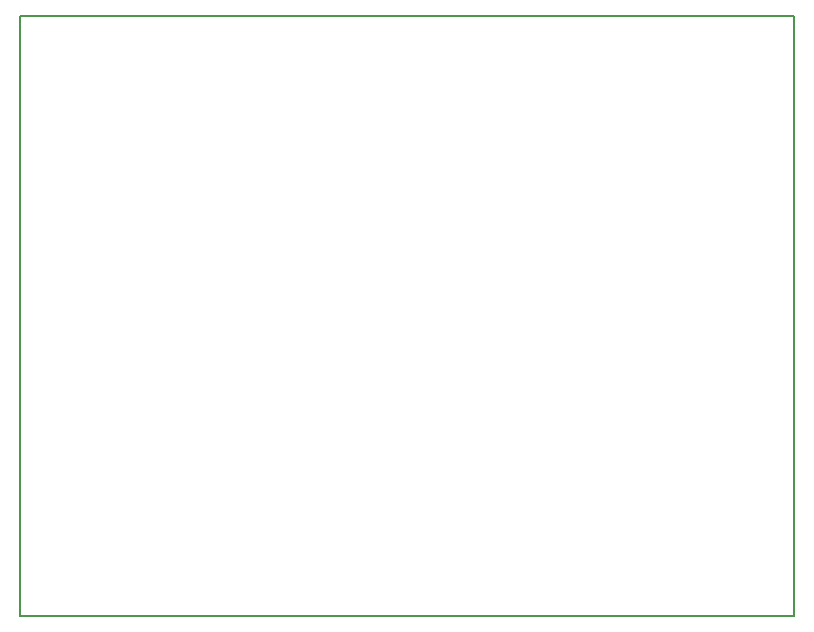
<source format=gbr>
G04 #@! TF.FileFunction,Profile,NP*
%FSLAX46Y46*%
G04 Gerber Fmt 4.6, Leading zero omitted, Abs format (unit mm)*
G04 Created by KiCad (PCBNEW 4.0.7) date 05/03/18 17:06:33*
%MOMM*%
%LPD*%
G01*
G04 APERTURE LIST*
%ADD10C,0.100000*%
%ADD11C,0.150000*%
G04 APERTURE END LIST*
D10*
D11*
X84836000Y-117856000D02*
X84836000Y-67056000D01*
X150368000Y-117856000D02*
X84836000Y-117856000D01*
X150368000Y-67056000D02*
X150368000Y-117856000D01*
X84836000Y-67056000D02*
X150368000Y-67056000D01*
M02*

</source>
